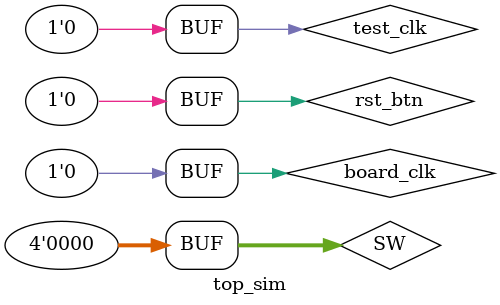
<source format=v>
 `timescale 1ns / 1ps


module top_sim;

	// Inputs
	reg [3:0] SW;
	reg board_clk;
	reg rst_btn;
	reg test_clk;

	// Outputs
	wire [7:0] LED;
	wire [3:0] AN;
	wire [7:0] SEG;
	wire cout;
	wire game;
	wire [3:0] count;

	// Instantiate the Unit Under Test (UUT)
	top uut (
		.SW(SW), 
		.board_clk(board_clk), 
		.rst_btn(rst_btn), 
		.LED(LED), 
		.AN(AN), 
		.SEG(SEG),
		.test_clk(test_clk),
		.cout(cout),
		.game(game), 
		.count(count)
	);

	initial begin
		// Initialize Inputs
		SW = 0;
		board_clk = 0;
		rst_btn = 0;
		test_clk=0;

		// Wait 100 ns for global reset to finish
		#100;
        
		// Add stimulus here
		
		#1 rst_btn = 1;
		#1 rst_btn = 0;
		
		#1 board_clk = 1;
		#1 board_clk = 0;
		#1 board_clk = 1;
		#1 board_clk = 0;
		#1 board_clk = 1;
		#1 board_clk = 0;
		#1 board_clk = 1;
		#1 board_clk = 0;
		#1 board_clk = 1;
		#1 board_clk = 0;
		#1 board_clk = 1;
		#1 board_clk = 0;
		
		#1 test_clk = 1;
		#1 test_clk = 0;
		#1 test_clk = 1;
		#1 test_clk = 0;
		#1 test_clk = 1;
		#1 test_clk = 0;
		#1 test_clk = 1;
		#1 test_clk = 0;
		#1 test_clk = 1;
		#1 test_clk = 0;
		#1 test_clk = 1;
		#1 test_clk = 0;
		#1 test_clk = 1;
		#1 test_clk = 0;
		#1 test_clk = 1;
		#1 test_clk = 0;
		#1 test_clk = 1;
		#1 test_clk = 0;
		#1 test_clk = 1;
		#1 test_clk = 0;
		#1 test_clk = 1;
		#1 test_clk = 0;
		
		#1 board_clk = 1;
		#1 board_clk = 0;
		#1 board_clk = 1;
		#1 board_clk = 0;
		#1 board_clk = 1;
		#1 board_clk = 0;
		#1 board_clk = 1;
		#1 board_clk = 0;
		#1 board_clk = 1;
		#1 board_clk = 0;
		#1 board_clk = 1;
		#1 board_clk = 0;
		
		#1 test_clk = 1;
		#1 test_clk = 0;
		#1 test_clk = 1;
		#1 test_clk = 0;
		#1 test_clk = 1;
		#1 test_clk = 0;
		#1 test_clk = 1;
		#1 test_clk = 0;
		#1 test_clk = 1;
		#1 test_clk = 0;
		#1 test_clk = 1;
		#1 test_clk = 0;
		#1 test_clk = 1;
		#1 test_clk = 0;
		#1 test_clk = 1;
		#1 test_clk = 0;
		#1 test_clk = 1;
		#1 test_clk = 0;
		#1 test_clk = 1;
		#1 test_clk = 0;
		#1 test_clk = 1;
		#1 test_clk = 0;
		#1 test_clk = 1;
		#1 test_clk = 0;
		#1 test_clk = 1;
		#1 test_clk = 0;
		#1 test_clk = 1;
		#1 test_clk = 0;
		#1 test_clk = 1;
		#1 test_clk = 0;
		#1 test_clk = 1;
		
		#1 rst_btn = 1;
		#1 rst_btn = 0;
		
		#1 test_clk = 0;
		#1 test_clk = 1;
		#1 test_clk = 0;

	end
      
endmodule


</source>
